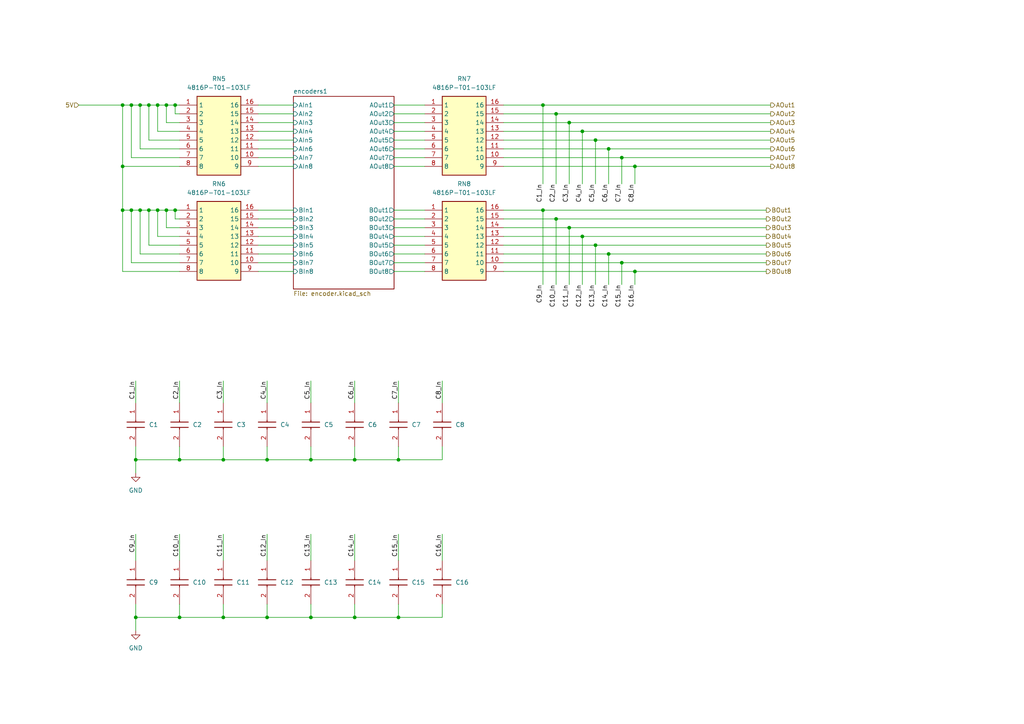
<source format=kicad_sch>
(kicad_sch (version 20250114) (generator "eeschema") (generator_version "9.0")
  (paper "A4")
  (lib_symbols
    (symbol "SamacSys_Parts:4816P-T01-103LF"
      (property "Reference" "RN" (at 19.05 7.62 0))
      (property "Value" "4816P-T01-103LF" (at 19.05 5.08 0))
      (symbol "4816P-T01-103LF_1_1"
        (rectangle (start 5.08 2.54) (end 17.78 -20.32) (stroke (width 0.254)) (fill (type background)))
        (pin passive line (at 0 0 0) (length 5.08) (name "1") (number "1"))
        (pin passive line (at 0 -2.54 0) (length 5.08) (name "2") (number "2"))
        (pin passive line (at 0 -5.08 0) (length 5.08) (name "3") (number "3"))
        (pin passive line (at 0 -7.62 0) (length 5.08) (name "4") (number "4"))
        (pin passive line (at 0 -10.16 0) (length 5.08) (name "5") (number "5"))
        (pin passive line (at 0 -12.7 0) (length 5.08) (name "6") (number "6"))
        (pin passive line (at 0 -15.24 0) (length 5.08) (name "7") (number "7"))
        (pin passive line (at 0 -17.78 0) (length 5.08) (name "8") (number "8"))
        (pin passive line (at 22.86 0 180) (length 5.08) (name "16") (number "16"))
        (pin passive line (at 22.86 -2.54 180) (length 5.08) (name "15") (number "15"))
        (pin passive line (at 22.86 -5.08 180) (length 5.08) (name "14") (number "14"))
        (pin passive line (at 22.86 -7.62 180) (length 5.08) (name "13") (number "13"))
        (pin passive line (at 22.86 -10.16 180) (length 5.08) (name "12") (number "12"))
        (pin passive line (at 22.86 -12.7 180) (length 5.08) (name "11") (number "11"))
        (pin passive line (at 22.86 -15.24 180) (length 5.08) (name "10") (number "10"))
        (pin passive line (at 22.86 -17.78 180) (length 5.08) (name "9") (number "9"))
      )
    )
    (symbol "SamacSys_Parts:885012208009" (pin_names (hide yes))
      (property "Reference" "C" (at 8.89 6.35 0))
      (property "Value" "885012208009" (at 8.89 3.81 0))
      (symbol "885012208009_1_1"
        (polyline (pts (xy 5.08 0) (xy 5.588 0)) (stroke (width 0.254)))
        (polyline (pts (xy 5.588 2.54) (xy 5.588 -2.54)) (stroke (width 0.254)))
        (polyline (pts (xy 7.112 2.54) (xy 7.112 -2.54)) (stroke (width 0.254)))
        (polyline (pts (xy 7.112 0) (xy 7.62 0)) (stroke (width 0.254)))
        (pin passive line (at 0 0 0) (length 5.08) (name "1") (number "1"))
        (pin passive line (at 12.7 0 180) (length 5.08) (name "2") (number "2"))
      )
    )
    (symbol "power:GND" (power) (pin_numbers (hide yes)) (pin_names (offset 0) (hide yes))
      (property "Value" "GND" (at 0 -3.81 0))
      (symbol "GND_0_1"
        (polyline (pts (xy 0 0) (xy 0 -1.27) (xy 1.27 -1.27) (xy 0 -2.54) (xy -1.27 -1.27) (xy 0 -1.27)))
      )
      (symbol "GND_1_1"
        (pin power_in line (at 0 0 270) (length 0) (name "~") (number "1"))
      )
    )
  )
  (junction (at 39.37 133.35))
  (junction (at 43.18 60.96))
  (junction (at 64.77 133.35))
  (junction (at 90.17 133.35))
  (junction (at 64.77 179.07))
  (junction (at 40.64 60.96))
  (junction (at 161.29 33.02))
  (junction (at 165.1 66.04))
  (junction (at 48.26 30.48))
  (junction (at 35.56 60.96))
  (junction (at 157.48 30.48))
  (junction (at 50.8 30.48))
  (junction (at 157.48 60.96))
  (junction (at 45.72 30.48))
  (junction (at 172.72 71.12))
  (junction (at 102.87 133.35))
  (junction (at 48.26 60.96))
  (junction (at 43.18 30.48))
  (junction (at 77.47 179.07))
  (junction (at 52.07 133.35))
  (junction (at 40.64 30.48))
  (junction (at 45.72 60.96))
  (junction (at 77.47 133.35))
  (junction (at 165.1 35.56))
  (junction (at 102.87 179.07))
  (junction (at 50.8 60.96))
  (junction (at 38.1 60.96))
  (junction (at 184.15 78.74))
  (junction (at 52.07 179.07))
  (junction (at 161.29 63.5))
  (junction (at 35.56 48.26))
  (junction (at 168.91 38.1))
  (junction (at 115.57 179.07))
  (junction (at 35.56 30.48))
  (junction (at 184.15 48.26))
  (junction (at 39.37 179.07))
  (junction (at 38.1 30.48))
  (junction (at 180.34 76.2))
  (junction (at 176.53 73.66))
  (junction (at 172.72 40.64))
  (junction (at 168.91 68.58))
  (junction (at 90.17 179.07))
  (junction (at 180.34 45.72))
  (junction (at 176.53 43.18))
  (junction (at 115.57 133.35))
  (wire (pts (xy 64.77 129.54) (xy 64.77 133.35)))
  (wire (pts (xy 102.87 133.35) (xy 115.57 133.35)))
  (wire (pts (xy 114.3 76.2) (xy 123.19 76.2)))
  (wire (pts (xy 114.3 45.72) (xy 123.19 45.72)))
  (wire (pts (xy 74.93 73.66) (xy 85.09 73.66)))
  (wire (pts (xy 74.93 78.74) (xy 85.09 78.74)))
  (wire (pts (xy 50.8 33.02) (xy 50.8 30.48)))
  (wire (pts (xy 52.07 68.58) (xy 45.72 68.58)))
  (wire (pts (xy 176.53 73.66) (xy 222.25 73.66)))
  (wire (pts (xy 90.17 175.26) (xy 90.17 179.07)))
  (wire (pts (xy 146.05 35.56) (xy 165.1 35.56)))
  (wire (pts (xy 48.26 30.48) (xy 45.72 30.48)))
  (wire (pts (xy 52.07 129.54) (xy 52.07 133.35)))
  (wire (pts (xy 52.07 110.49) (xy 52.07 116.84)))
  (wire (pts (xy 146.05 71.12) (xy 172.72 71.12)))
  (wire (pts (xy 168.91 38.1) (xy 223.52 38.1)))
  (wire (pts (xy 176.53 43.18) (xy 176.53 53.34)))
  (wire (pts (xy 74.93 60.96) (xy 85.09 60.96)))
  (wire (pts (xy 40.64 60.96) (xy 38.1 60.96)))
  (wire (pts (xy 35.56 48.26) (xy 35.56 60.96)))
  (wire (pts (xy 74.93 30.48) (xy 85.09 30.48)))
  (wire (pts (xy 74.93 38.1) (xy 85.09 38.1)))
  (wire (pts (xy 77.47 110.49) (xy 77.47 116.84)))
  (wire (pts (xy 157.48 30.48) (xy 223.52 30.48)))
  (wire (pts (xy 48.26 35.56) (xy 48.26 30.48)))
  (wire (pts (xy 128.27 133.35) (xy 128.27 129.54)))
  (wire (pts (xy 184.15 78.74) (xy 184.15 82.55)))
  (wire (pts (xy 74.93 68.58) (xy 85.09 68.58)))
  (wire (pts (xy 180.34 45.72) (xy 223.52 45.72)))
  (wire (pts (xy 114.3 63.5) (xy 123.19 63.5)))
  (wire (pts (xy 52.07 78.74) (xy 35.56 78.74)))
  (wire (pts (xy 52.07 179.07) (xy 64.77 179.07)))
  (wire (pts (xy 90.17 110.49) (xy 90.17 116.84)))
  (wire (pts (xy 74.93 43.18) (xy 85.09 43.18)))
  (wire (pts (xy 146.05 45.72) (xy 180.34 45.72)))
  (wire (pts (xy 43.18 60.96) (xy 40.64 60.96)))
  (wire (pts (xy 115.57 154.94) (xy 115.57 162.56)))
  (wire (pts (xy 52.07 60.96) (xy 50.8 60.96)))
  (wire (pts (xy 161.29 33.02) (xy 161.29 53.34)))
  (wire (pts (xy 114.3 68.58) (xy 123.19 68.58)))
  (wire (pts (xy 74.93 66.04) (xy 85.09 66.04)))
  (wire (pts (xy 74.93 35.56) (xy 85.09 35.56)))
  (wire (pts (xy 74.93 71.12) (xy 85.09 71.12)))
  (wire (pts (xy 168.91 68.58) (xy 222.25 68.58)))
  (wire (pts (xy 39.37 133.35) (xy 52.07 133.35)))
  (wire (pts (xy 90.17 154.94) (xy 90.17 162.56)))
  (wire (pts (xy 43.18 30.48) (xy 40.64 30.48)))
  (wire (pts (xy 114.3 38.1) (xy 123.19 38.1)))
  (wire (pts (xy 146.05 78.74) (xy 184.15 78.74)))
  (wire (pts (xy 102.87 129.54) (xy 102.87 133.35)))
  (wire (pts (xy 40.64 30.48) (xy 38.1 30.48)))
  (wire (pts (xy 50.8 60.96) (xy 48.26 60.96)))
  (wire (pts (xy 90.17 179.07) (xy 102.87 179.07)))
  (wire (pts (xy 172.72 71.12) (xy 172.72 82.55)))
  (wire (pts (xy 74.93 48.26) (xy 85.09 48.26)))
  (wire (pts (xy 165.1 53.34) (xy 165.1 35.56)))
  (wire (pts (xy 146.05 68.58) (xy 168.91 68.58)))
  (wire (pts (xy 146.05 30.48) (xy 157.48 30.48)))
  (wire (pts (xy 172.72 40.64) (xy 172.72 53.34)))
  (wire (pts (xy 77.47 129.54) (xy 77.47 133.35)))
  (wire (pts (xy 161.29 33.02) (xy 223.52 33.02)))
  (wire (pts (xy 48.26 66.04) (xy 48.26 60.96)))
  (wire (pts (xy 146.05 48.26) (xy 184.15 48.26)))
  (wire (pts (xy 114.3 43.18) (xy 123.19 43.18)))
  (wire (pts (xy 165.1 35.56) (xy 223.52 35.56)))
  (wire (pts (xy 74.93 45.72) (xy 85.09 45.72)))
  (wire (pts (xy 146.05 66.04) (xy 165.1 66.04)))
  (wire (pts (xy 52.07 38.1) (xy 45.72 38.1)))
  (wire (pts (xy 39.37 129.54) (xy 39.37 133.35)))
  (wire (pts (xy 39.37 110.49) (xy 39.37 116.84)))
  (wire (pts (xy 115.57 110.49) (xy 115.57 116.84)))
  (wire (pts (xy 176.53 73.66) (xy 176.53 82.55)))
  (wire (pts (xy 77.47 154.94) (xy 77.47 162.56)))
  (wire (pts (xy 146.05 63.5) (xy 161.29 63.5)))
  (wire (pts (xy 114.3 78.74) (xy 123.19 78.74)))
  (wire (pts (xy 115.57 129.54) (xy 115.57 133.35)))
  (wire (pts (xy 35.56 78.74) (xy 35.56 60.96)))
  (wire (pts (xy 39.37 179.07) (xy 52.07 179.07)))
  (wire (pts (xy 50.8 30.48) (xy 52.07 30.48)))
  (wire (pts (xy 52.07 48.26) (xy 35.56 48.26)))
  (wire (pts (xy 114.3 48.26) (xy 123.19 48.26)))
  (wire (pts (xy 64.77 175.26) (xy 64.77 179.07)))
  (wire (pts (xy 40.64 43.18) (xy 40.64 30.48)))
  (wire (pts (xy 180.34 82.55) (xy 180.34 76.2)))
  (wire (pts (xy 74.93 76.2) (xy 85.09 76.2)))
  (wire (pts (xy 38.1 45.72) (xy 38.1 30.48)))
  (wire (pts (xy 180.34 45.72) (xy 180.34 53.34)))
  (wire (pts (xy 146.05 73.66) (xy 176.53 73.66)))
  (wire (pts (xy 74.93 33.02) (xy 85.09 33.02)))
  (wire (pts (xy 52.07 45.72) (xy 38.1 45.72)))
  (wire (pts (xy 52.07 63.5) (xy 50.8 63.5)))
  (wire (pts (xy 48.26 30.48) (xy 50.8 30.48)))
  (wire (pts (xy 146.05 43.18) (xy 176.53 43.18)))
  (wire (pts (xy 64.77 133.35) (xy 77.47 133.35)))
  (wire (pts (xy 128.27 179.07) (xy 128.27 175.26)))
  (wire (pts (xy 184.15 78.74) (xy 222.25 78.74)))
  (wire (pts (xy 172.72 40.64) (xy 223.52 40.64)))
  (wire (pts (xy 22.86 30.48) (xy 35.56 30.48)))
  (wire (pts (xy 52.07 33.02) (xy 50.8 33.02)))
  (wire (pts (xy 35.56 48.26) (xy 35.56 30.48)))
  (wire (pts (xy 52.07 154.94) (xy 52.07 162.56)))
  (wire (pts (xy 184.15 48.26) (xy 184.15 53.34)))
  (wire (pts (xy 77.47 133.35) (xy 90.17 133.35)))
  (wire (pts (xy 39.37 154.94) (xy 39.37 162.56)))
  (wire (pts (xy 115.57 133.35) (xy 128.27 133.35)))
  (wire (pts (xy 64.77 154.94) (xy 64.77 162.56)))
  (wire (pts (xy 39.37 175.26) (xy 39.37 179.07)))
  (wire (pts (xy 114.3 66.04) (xy 123.19 66.04)))
  (wire (pts (xy 38.1 60.96) (xy 35.56 60.96)))
  (wire (pts (xy 45.72 60.96) (xy 43.18 60.96)))
  (wire (pts (xy 52.07 76.2) (xy 38.1 76.2)))
  (wire (pts (xy 52.07 66.04) (xy 48.26 66.04)))
  (wire (pts (xy 74.93 63.5) (xy 85.09 63.5)))
  (wire (pts (xy 52.07 43.18) (xy 40.64 43.18)))
  (wire (pts (xy 146.05 60.96) (xy 157.48 60.96)))
  (wire (pts (xy 161.29 63.5) (xy 161.29 82.55)))
  (wire (pts (xy 115.57 179.07) (xy 128.27 179.07)))
  (wire (pts (xy 146.05 40.64) (xy 172.72 40.64)))
  (wire (pts (xy 114.3 60.96) (xy 123.19 60.96)))
  (wire (pts (xy 115.57 175.26) (xy 115.57 179.07)))
  (wire (pts (xy 165.1 66.04) (xy 165.1 82.55)))
  (wire (pts (xy 176.53 43.18) (xy 223.52 43.18)))
  (wire (pts (xy 184.15 48.26) (xy 223.52 48.26)))
  (wire (pts (xy 52.07 73.66) (xy 40.64 73.66)))
  (wire (pts (xy 146.05 76.2) (xy 180.34 76.2)))
  (wire (pts (xy 52.07 133.35) (xy 64.77 133.35)))
  (wire (pts (xy 157.48 60.96) (xy 222.25 60.96)))
  (wire (pts (xy 128.27 110.49) (xy 128.27 116.84)))
  (wire (pts (xy 90.17 133.35) (xy 102.87 133.35)))
  (wire (pts (xy 146.05 38.1) (xy 168.91 38.1)))
  (wire (pts (xy 38.1 76.2) (xy 38.1 60.96)))
  (wire (pts (xy 43.18 71.12) (xy 43.18 60.96)))
  (wire (pts (xy 114.3 71.12) (xy 123.19 71.12)))
  (wire (pts (xy 77.47 179.07) (xy 90.17 179.07)))
  (wire (pts (xy 102.87 110.49) (xy 102.87 116.84)))
  (wire (pts (xy 52.07 40.64) (xy 43.18 40.64)))
  (wire (pts (xy 64.77 110.49) (xy 64.77 116.84)))
  (wire (pts (xy 114.3 40.64) (xy 123.19 40.64)))
  (wire (pts (xy 102.87 179.07) (xy 115.57 179.07)))
  (wire (pts (xy 180.34 76.2) (xy 222.25 76.2)))
  (wire (pts (xy 74.93 40.64) (xy 85.09 40.64)))
  (wire (pts (xy 43.18 40.64) (xy 43.18 30.48)))
  (wire (pts (xy 40.64 73.66) (xy 40.64 60.96)))
  (wire (pts (xy 114.3 30.48) (xy 123.19 30.48)))
  (wire (pts (xy 52.07 71.12) (xy 43.18 71.12)))
  (wire (pts (xy 35.56 30.48) (xy 38.1 30.48)))
  (wire (pts (xy 172.72 71.12) (xy 222.25 71.12)))
  (wire (pts (xy 39.37 179.07) (xy 39.37 182.88)))
  (wire (pts (xy 45.72 68.58) (xy 45.72 60.96)))
  (wire (pts (xy 114.3 35.56) (xy 123.19 35.56)))
  (wire (pts (xy 168.91 68.58) (xy 168.91 82.55)))
  (wire (pts (xy 52.07 175.26) (xy 52.07 179.07)))
  (wire (pts (xy 157.48 60.96) (xy 157.48 82.55)))
  (wire (pts (xy 102.87 154.94) (xy 102.87 162.56)))
  (wire (pts (xy 48.26 60.96) (xy 45.72 60.96)))
  (wire (pts (xy 146.05 33.02) (xy 161.29 33.02)))
  (wire (pts (xy 128.27 154.94) (xy 128.27 162.56)))
  (wire (pts (xy 77.47 175.26) (xy 77.47 179.07)))
  (wire (pts (xy 114.3 73.66) (xy 123.19 73.66)))
  (wire (pts (xy 165.1 66.04) (xy 222.25 66.04)))
  (wire (pts (xy 90.17 129.54) (xy 90.17 133.35)))
  (wire (pts (xy 157.48 30.48) (xy 157.48 53.34)))
  (wire (pts (xy 45.72 38.1) (xy 45.72 30.48)))
  (wire (pts (xy 64.77 179.07) (xy 77.47 179.07)))
  (wire (pts (xy 168.91 38.1) (xy 168.91 53.34)))
  (wire (pts (xy 114.3 33.02) (xy 123.19 33.02)))
  (wire (pts (xy 102.87 175.26) (xy 102.87 179.07)))
  (wire (pts (xy 161.29 63.5) (xy 222.25 63.5)))
  (wire (pts (xy 50.8 63.5) (xy 50.8 60.96)))
  (wire (pts (xy 39.37 133.35) (xy 39.37 137.16)))
  (wire (pts (xy 45.72 30.48) (xy 43.18 30.48)))
  (wire (pts (xy 52.07 35.56) (xy 48.26 35.56)))
  (label "C5_In" (at 172.72 53.34 270))
  (label "C9_In" (at 157.48 82.55 270))
  (label "C12_In" (at 77.47 154.94 270))
  (label "C10_In" (at 161.29 82.55 270))
  (label "C6_In" (at 176.53 53.34 270))
  (label "C7_In" (at 180.34 53.34 270))
  (label "C2_In" (at 161.29 53.34 270))
  (label "C13_In" (at 90.17 154.94 270))
  (label "C4_In" (at 168.91 53.34 270))
  (label "C4_In" (at 77.47 110.49 270))
  (label "C3_In" (at 165.1 53.34 270))
  (label "C16_In" (at 128.27 154.94 270))
  (label "C11_In" (at 64.77 154.94 270))
  (label "C15_In" (at 180.34 82.55 270))
  (label "C6_In" (at 102.87 110.49 270))
  (label "C15_In" (at 115.57 154.94 270))
  (label "C7_In" (at 115.57 110.49 270))
  (label "C12_In" (at 168.91 82.55 270))
  (label "C1_In" (at 157.48 53.34 270))
  (label "C9_In" (at 39.37 154.94 270))
  (label "C10_In" (at 52.07 154.94 270))
  (label "C16_In" (at 184.15 82.55 270))
  (label "C11_In" (at 165.1 82.55 270))
  (label "C1_In" (at 39.37 110.49 270))
  (label "C14_In" (at 176.53 82.55 270))
  (label "C13_In" (at 172.72 82.55 270))
  (label "C2_In" (at 52.07 110.49 270))
  (label "C14_In" (at 102.87 154.94 270))
  (label "C8_In" (at 128.27 110.49 270))
  (label "C3_In" (at 64.77 110.49 270))
  (label "C8_In" (at 184.15 53.34 270))
  (label "C5_In" (at 90.17 110.49 270))
  (hierarchical_label "AOut5" (shape output) (at 223.52 40.64 0))
  (hierarchical_label "AOut7" (shape output) (at 223.52 45.72 0))
  (hierarchical_label "AOut8" (shape output) (at 223.52 48.26 0))
  (hierarchical_label "5V" (shape input) (at 22.86 30.48 180))
  (hierarchical_label "AOut6" (shape output) (at 223.52 43.18 0))
  (hierarchical_label "AOut1" (shape output) (at 223.52 30.48 0))
  (hierarchical_label "BOut5" (shape output) (at 222.25 71.12 0))
  (hierarchical_label "AOut2" (shape output) (at 223.52 33.02 0))
  (hierarchical_label "BOut7" (shape output) (at 222.25 76.2 0))
  (hierarchical_label "BOut8" (shape output) (at 222.25 78.74 0))
  (hierarchical_label "BOut4" (shape output) (at 222.25 68.58 0))
  (hierarchical_label "BOut6" (shape output) (at 222.25 73.66 0))
  (hierarchical_label "BOut1" (shape output) (at 222.25 60.96 0))
  (hierarchical_label "AOut3" (shape output) (at 223.52 35.56 0))
  (hierarchical_label "AOut4" (shape output) (at 223.52 38.1 0))
  (hierarchical_label "BOut3" (shape output) (at 222.25 66.04 0))
  (hierarchical_label "BOut2" (shape output) (at 222.25 63.5 0))
  (symbol (lib_id "SamacSys_Parts:885012208009") (at 128.27 116.84 270) (unit 1)
    (property "Reference" "C8" (at 132.08 123.1899 90) (effects (justify left)))
    (property "Value" "885012208009" (effects (hide yes)))
    (property "Footprint" "CAPC3216X90N" (effects (hide yes)))
    (property "Datasheet" "https://katalog.we-online.com/pbs/datasheet/885012208009.pdf" (effects (hide yes)))
    (property "Description" "Multilayer Ceramic Chip Capacitor WCAP-CSGP Series 1206 100000pF X7R1206104K010DFCT10000" (effects (hide yes)))
    (property "Height" "0.9" (effects (hide yes)))
    (property "Manufacturer_Name" "Wurth Elektronik" (effects (hide yes)))
    (property "Manufacturer_Part_Number" "885012208009" (effects (hide yes)))
    (property "Mouser Part Number" "710-885012208009" (effects (hide yes)))
    (property "Mouser Price/Stock" "https://www.mouser.co.uk/ProductDetail/Wurth-Elektronik/885012208009/?qs=0KOYDY2FL28pBXnWSpSHJw%3D%3D" (effects (hide yes)))
  )
  (symbol (lib_id "SamacSys_Parts:885012208009") (at 90.17 116.84 270) (unit 1)
    (property "Reference" "C5" (at 93.98 123.1899 90) (effects (justify left)))
    (property "Value" "885012208009" (effects (hide yes)))
    (property "Footprint" "CAPC3216X90N" (effects (hide yes)))
    (property "Datasheet" "https://katalog.we-online.com/pbs/datasheet/885012208009.pdf" (effects (hide yes)))
    (property "Description" "Multilayer Ceramic Chip Capacitor WCAP-CSGP Series 1206 100000pF X7R1206104K010DFCT10000" (effects (hide yes)))
    (property "Height" "0.9" (effects (hide yes)))
    (property "Manufacturer_Name" "Wurth Elektronik" (effects (hide yes)))
    (property "Manufacturer_Part_Number" "885012208009" (effects (hide yes)))
    (property "Mouser Part Number" "710-885012208009" (effects (hide yes)))
    (property "Mouser Price/Stock" "https://www.mouser.co.uk/ProductDetail/Wurth-Elektronik/885012208009/?qs=0KOYDY2FL28pBXnWSpSHJw%3D%3D" (effects (hide yes)))
  )
  (symbol (lib_id "SamacSys_Parts:885012208009") (at 90.17 162.56 270) (unit 1)
    (property "Reference" "C13" (at 93.98 168.9099 90) (effects (justify left)))
    (property "Value" "885012208009" (effects (hide yes)))
    (property "Footprint" "CAPC3216X90N" (effects (hide yes)))
    (property "Datasheet" "https://katalog.we-online.com/pbs/datasheet/885012208009.pdf" (effects (hide yes)))
    (property "Description" "Multilayer Ceramic Chip Capacitor WCAP-CSGP Series 1206 100000pF X7R1206104K010DFCT10000" (effects (hide yes)))
    (property "Height" "0.9" (effects (hide yes)))
    (property "Manufacturer_Name" "Wurth Elektronik" (effects (hide yes)))
    (property "Manufacturer_Part_Number" "885012208009" (effects (hide yes)))
    (property "Mouser Part Number" "710-885012208009" (effects (hide yes)))
    (property "Mouser Price/Stock" "https://www.mouser.co.uk/ProductDetail/Wurth-Elektronik/885012208009/?qs=0KOYDY2FL28pBXnWSpSHJw%3D%3D" (effects (hide yes)))
  )
  (symbol (lib_id "SamacSys_Parts:4816P-T01-103LF") (at 52.07 30.48 0) (unit 1)
    (property "Reference" "RN5" (at 63.5 22.86 0))
    (property "Value" "4816P-T01-103LF" (at 63.5 25.4 0))
    (property "Footprint" "SOIC127P762X215-16N" (effects (hide yes)))
    (property "Datasheet" "http://www.bourns.com/pdfs/4800P.pdf" (effects (hide yes)))
    (property "Description" "8-isolated SMT resistor network,10K Bourns Isolated SMT Resistor Array 10k +/-2% 8 Resistors, 1.28W Total, SOM package 4800P" (effects (hide yes)))
    (property "Height" "2.15" (effects (hide yes)))
    (property "Manufacturer_Name" "Bourns" (effects (hide yes)))
    (property "Manufacturer_Part_Number" "4816P-T01-103LF" (effects (hide yes)))
    (property "Mouser Part Number" "652-4816P-T1LF-10K" (effects (hide yes)))
    (property "Mouser Price/Stock" "https://www.mouser.co.uk/ProductDetail/Bourns/4816P-T01-103LF?qs=DRqqlFaNjzXg5W%252BVqBYTiA%3D%3D" (effects (hide yes)))
    (property "Arrow Part Number" "4816P-T01-103LF" (effects (hide yes)))
    (property "Arrow Price/Stock" "https://www.arrow.com/en/products/4816p-t01-103lf/bourns?region=europe" (effects (hide yes)))
  )
  (symbol (lib_id "SamacSys_Parts:4816P-T01-103LF") (at 123.19 60.96 0) (unit 1)
    (property "Reference" "RN8" (at 134.62 53.34 0))
    (property "Value" "4816P-T01-103LF" (at 134.62 55.88 0))
    (property "Footprint" "SOIC127P762X215-16N" (effects (hide yes)))
    (property "Datasheet" "http://www.bourns.com/pdfs/4800P.pdf" (effects (hide yes)))
    (property "Description" "8-isolated SMT resistor network,10K Bourns Isolated SMT Resistor Array 10k +/-2% 8 Resistors, 1.28W Total, SOM package 4800P" (effects (hide yes)))
    (property "Height" "2.15" (effects (hide yes)))
    (property "Manufacturer_Name" "Bourns" (effects (hide yes)))
    (property "Manufacturer_Part_Number" "4816P-T01-103LF" (effects (hide yes)))
    (property "Mouser Part Number" "652-4816P-T1LF-10K" (effects (hide yes)))
    (property "Mouser Price/Stock" "https://www.mouser.co.uk/ProductDetail/Bourns/4816P-T01-103LF?qs=DRqqlFaNjzXg5W%252BVqBYTiA%3D%3D" (effects (hide yes)))
    (property "Arrow Part Number" "4816P-T01-103LF" (effects (hide yes)))
    (property "Arrow Price/Stock" "https://www.arrow.com/en/products/4816p-t01-103lf/bourns?region=europe" (effects (hide yes)))
  )
  (symbol (lib_id "SamacSys_Parts:885012208009") (at 115.57 162.56 270) (unit 1)
    (property "Reference" "C15" (at 119.38 168.9099 90) (effects (justify left)))
    (property "Value" "885012208009" (effects (hide yes)))
    (property "Footprint" "CAPC3216X90N" (effects (hide yes)))
    (property "Datasheet" "https://katalog.we-online.com/pbs/datasheet/885012208009.pdf" (effects (hide yes)))
    (property "Description" "Multilayer Ceramic Chip Capacitor WCAP-CSGP Series 1206 100000pF X7R1206104K010DFCT10000" (effects (hide yes)))
    (property "Height" "0.9" (effects (hide yes)))
    (property "Manufacturer_Name" "Wurth Elektronik" (effects (hide yes)))
    (property "Manufacturer_Part_Number" "885012208009" (effects (hide yes)))
    (property "Mouser Part Number" "710-885012208009" (effects (hide yes)))
    (property "Mouser Price/Stock" "https://www.mouser.co.uk/ProductDetail/Wurth-Elektronik/885012208009/?qs=0KOYDY2FL28pBXnWSpSHJw%3D%3D" (effects (hide yes)))
  )
  (symbol (lib_id "SamacSys_Parts:885012208009") (at 39.37 116.84 270) (unit 1)
    (property "Reference" "C1" (at 43.18 123.1899 90) (effects (justify left)))
    (property "Value" "885012208009" (effects (hide yes)))
    (property "Footprint" "CAPC3216X90N" (effects (hide yes)))
    (property "Datasheet" "https://katalog.we-online.com/pbs/datasheet/885012208009.pdf" (effects (hide yes)))
    (property "Description" "Multilayer Ceramic Chip Capacitor WCAP-CSGP Series 1206 100000pF X7R1206104K010DFCT10000" (effects (hide yes)))
    (property "Height" "0.9" (effects (hide yes)))
    (property "Manufacturer_Name" "Wurth Elektronik" (effects (hide yes)))
    (property "Manufacturer_Part_Number" "885012208009" (effects (hide yes)))
    (property "Mouser Part Number" "710-885012208009" (effects (hide yes)))
    (property "Mouser Price/Stock" "https://www.mouser.co.uk/ProductDetail/Wurth-Elektronik/885012208009/?qs=0KOYDY2FL28pBXnWSpSHJw%3D%3D" (effects (hide yes)))
  )
  (symbol (lib_id "SamacSys_Parts:885012208009") (at 102.87 162.56 270) (unit 1)
    (property "Reference" "C14" (at 106.68 168.9099 90) (effects (justify left)))
    (property "Value" "885012208009" (effects (hide yes)))
    (property "Footprint" "CAPC3216X90N" (effects (hide yes)))
    (property "Datasheet" "https://katalog.we-online.com/pbs/datasheet/885012208009.pdf" (effects (hide yes)))
    (property "Description" "Multilayer Ceramic Chip Capacitor WCAP-CSGP Series 1206 100000pF X7R1206104K010DFCT10000" (effects (hide yes)))
    (property "Height" "0.9" (effects (hide yes)))
    (property "Manufacturer_Name" "Wurth Elektronik" (effects (hide yes)))
    (property "Manufacturer_Part_Number" "885012208009" (effects (hide yes)))
    (property "Mouser Part Number" "710-885012208009" (effects (hide yes)))
    (property "Mouser Price/Stock" "https://www.mouser.co.uk/ProductDetail/Wurth-Elektronik/885012208009/?qs=0KOYDY2FL28pBXnWSpSHJw%3D%3D" (effects (hide yes)))
  )
  (symbol (lib_id "SamacSys_Parts:885012208009") (at 77.47 162.56 270) (unit 1)
    (property "Reference" "C12" (at 81.28 168.9099 90) (effects (justify left)))
    (property "Value" "885012208009" (effects (hide yes)))
    (property "Footprint" "CAPC3216X90N" (effects (hide yes)))
    (property "Datasheet" "https://katalog.we-online.com/pbs/datasheet/885012208009.pdf" (effects (hide yes)))
    (property "Description" "Multilayer Ceramic Chip Capacitor WCAP-CSGP Series 1206 100000pF X7R1206104K010DFCT10000" (effects (hide yes)))
    (property "Height" "0.9" (effects (hide yes)))
    (property "Manufacturer_Name" "Wurth Elektronik" (effects (hide yes)))
    (property "Manufacturer_Part_Number" "885012208009" (effects (hide yes)))
    (property "Mouser Part Number" "710-885012208009" (effects (hide yes)))
    (property "Mouser Price/Stock" "https://www.mouser.co.uk/ProductDetail/Wurth-Elektronik/885012208009/?qs=0KOYDY2FL28pBXnWSpSHJw%3D%3D" (effects (hide yes)))
  )
  (symbol (lib_id "SamacSys_Parts:885012208009") (at 77.47 116.84 270) (unit 1)
    (property "Reference" "C4" (at 81.28 123.1899 90) (effects (justify left)))
    (property "Value" "885012208009" (effects (hide yes)))
    (property "Footprint" "CAPC3216X90N" (effects (hide yes)))
    (property "Datasheet" "https://katalog.we-online.com/pbs/datasheet/885012208009.pdf" (effects (hide yes)))
    (property "Description" "Multilayer Ceramic Chip Capacitor WCAP-CSGP Series 1206 100000pF X7R1206104K010DFCT10000" (effects (hide yes)))
    (property "Height" "0.9" (effects (hide yes)))
    (property "Manufacturer_Name" "Wurth Elektronik" (effects (hide yes)))
    (property "Manufacturer_Part_Number" "885012208009" (effects (hide yes)))
    (property "Mouser Part Number" "710-885012208009" (effects (hide yes)))
    (property "Mouser Price/Stock" "https://www.mouser.co.uk/ProductDetail/Wurth-Elektronik/885012208009/?qs=0KOYDY2FL28pBXnWSpSHJw%3D%3D" (effects (hide yes)))
  )
  (symbol (lib_id "SamacSys_Parts:885012208009") (at 39.37 162.56 270) (unit 1)
    (property "Reference" "C9" (at 43.18 168.9099 90) (effects (justify left)))
    (property "Value" "885012208009" (effects (hide yes)))
    (property "Footprint" "CAPC3216X90N" (effects (hide yes)))
    (property "Datasheet" "https://katalog.we-online.com/pbs/datasheet/885012208009.pdf" (effects (hide yes)))
    (property "Description" "Multilayer Ceramic Chip Capacitor WCAP-CSGP Series 1206 100000pF X7R1206104K010DFCT10000" (effects (hide yes)))
    (property "Height" "0.9" (effects (hide yes)))
    (property "Manufacturer_Name" "Wurth Elektronik" (effects (hide yes)))
    (property "Manufacturer_Part_Number" "885012208009" (effects (hide yes)))
    (property "Mouser Part Number" "710-885012208009" (effects (hide yes)))
    (property "Mouser Price/Stock" "https://www.mouser.co.uk/ProductDetail/Wurth-Elektronik/885012208009/?qs=0KOYDY2FL28pBXnWSpSHJw%3D%3D" (effects (hide yes)))
  )
  (symbol (lib_id "power:GND") (at 39.37 137.16 0) (unit 1)
    (property "Reference" "#PWR03" (effects (hide yes)))
    (property "Value" "GND" (at 39.37 142.24 0))
    (property "Description" "Power symbol creates a global label with name \"GND\" , ground" (effects (hide yes)))
  )
  (symbol (lib_id "SamacSys_Parts:885012208009") (at 52.07 116.84 270) (unit 1)
    (property "Reference" "C2" (at 55.88 123.1899 90) (effects (justify left)))
    (property "Value" "885012208009" (effects (hide yes)))
    (property "Footprint" "CAPC3216X90N" (effects (hide yes)))
    (property "Datasheet" "https://katalog.we-online.com/pbs/datasheet/885012208009.pdf" (effects (hide yes)))
    (property "Description" "Multilayer Ceramic Chip Capacitor WCAP-CSGP Series 1206 100000pF X7R1206104K010DFCT10000" (effects (hide yes)))
    (property "Height" "0.9" (effects (hide yes)))
    (property "Manufacturer_Name" "Wurth Elektronik" (effects (hide yes)))
    (property "Manufacturer_Part_Number" "885012208009" (effects (hide yes)))
    (property "Mouser Part Number" "710-885012208009" (effects (hide yes)))
    (property "Mouser Price/Stock" "https://www.mouser.co.uk/ProductDetail/Wurth-Elektronik/885012208009/?qs=0KOYDY2FL28pBXnWSpSHJw%3D%3D" (effects (hide yes)))
  )
  (symbol (lib_id "power:GND") (at 39.37 182.88 0) (unit 1)
    (property "Reference" "#PWR04" (effects (hide yes)))
    (property "Value" "GND" (at 39.37 187.96 0))
    (property "Description" "Power symbol creates a global label with name \"GND\" , ground" (effects (hide yes)))
  )
  (symbol (lib_id "SamacSys_Parts:885012208009") (at 64.77 162.56 270) (unit 1)
    (property "Reference" "C11" (at 68.58 168.9099 90) (effects (justify left)))
    (property "Value" "885012208009" (effects (hide yes)))
    (property "Footprint" "CAPC3216X90N" (effects (hide yes)))
    (property "Datasheet" "https://katalog.we-online.com/pbs/datasheet/885012208009.pdf" (effects (hide yes)))
    (property "Description" "Multilayer Ceramic Chip Capacitor WCAP-CSGP Series 1206 100000pF X7R1206104K010DFCT10000" (effects (hide yes)))
    (property "Height" "0.9" (effects (hide yes)))
    (property "Manufacturer_Name" "Wurth Elektronik" (effects (hide yes)))
    (property "Manufacturer_Part_Number" "885012208009" (effects (hide yes)))
    (property "Mouser Part Number" "710-885012208009" (effects (hide yes)))
    (property "Mouser Price/Stock" "https://www.mouser.co.uk/ProductDetail/Wurth-Elektronik/885012208009/?qs=0KOYDY2FL28pBXnWSpSHJw%3D%3D" (effects (hide yes)))
  )
  (symbol (lib_id "SamacSys_Parts:885012208009") (at 128.27 162.56 270) (unit 1)
    (property "Reference" "C16" (at 132.08 168.9099 90) (effects (justify left)))
    (property "Value" "885012208009" (effects (hide yes)))
    (property "Footprint" "CAPC3216X90N" (effects (hide yes)))
    (property "Datasheet" "https://katalog.we-online.com/pbs/datasheet/885012208009.pdf" (effects (hide yes)))
    (property "Description" "Multilayer Ceramic Chip Capacitor WCAP-CSGP Series 1206 100000pF X7R1206104K010DFCT10000" (effects (hide yes)))
    (property "Height" "0.9" (effects (hide yes)))
    (property "Manufacturer_Name" "Wurth Elektronik" (effects (hide yes)))
    (property "Manufacturer_Part_Number" "885012208009" (effects (hide yes)))
    (property "Mouser Part Number" "710-885012208009" (effects (hide yes)))
    (property "Mouser Price/Stock" "https://www.mouser.co.uk/ProductDetail/Wurth-Elektronik/885012208009/?qs=0KOYDY2FL28pBXnWSpSHJw%3D%3D" (effects (hide yes)))
  )
  (symbol (lib_id "SamacSys_Parts:885012208009") (at 115.57 116.84 270) (unit 1)
    (property "Reference" "C7" (at 119.38 123.1899 90) (effects (justify left)))
    (property "Value" "885012208009" (effects (hide yes)))
    (property "Footprint" "CAPC3216X90N" (effects (hide yes)))
    (property "Datasheet" "https://katalog.we-online.com/pbs/datasheet/885012208009.pdf" (effects (hide yes)))
    (property "Description" "Multilayer Ceramic Chip Capacitor WCAP-CSGP Series 1206 100000pF X7R1206104K010DFCT10000" (effects (hide yes)))
    (property "Height" "0.9" (effects (hide yes)))
    (property "Manufacturer_Name" "Wurth Elektronik" (effects (hide yes)))
    (property "Manufacturer_Part_Number" "885012208009" (effects (hide yes)))
    (property "Mouser Part Number" "710-885012208009" (effects (hide yes)))
    (property "Mouser Price/Stock" "https://www.mouser.co.uk/ProductDetail/Wurth-Elektronik/885012208009/?qs=0KOYDY2FL28pBXnWSpSHJw%3D%3D" (effects (hide yes)))
  )
  (symbol (lib_id "SamacSys_Parts:885012208009") (at 102.87 116.84 270) (unit 1)
    (property "Reference" "C6" (at 106.68 123.1899 90) (effects (justify left)))
    (property "Value" "885012208009" (effects (hide yes)))
    (property "Footprint" "CAPC3216X90N" (effects (hide yes)))
    (property "Datasheet" "https://katalog.we-online.com/pbs/datasheet/885012208009.pdf" (effects (hide yes)))
    (property "Description" "Multilayer Ceramic Chip Capacitor WCAP-CSGP Series 1206 100000pF X7R1206104K010DFCT10000" (effects (hide yes)))
    (property "Height" "0.9" (effects (hide yes)))
    (property "Manufacturer_Name" "Wurth Elektronik" (effects (hide yes)))
    (property "Manufacturer_Part_Number" "885012208009" (effects (hide yes)))
    (property "Mouser Part Number" "710-885012208009" (effects (hide yes)))
    (property "Mouser Price/Stock" "https://www.mouser.co.uk/ProductDetail/Wurth-Elektronik/885012208009/?qs=0KOYDY2FL28pBXnWSpSHJw%3D%3D" (effects (hide yes)))
  )
  (symbol (lib_id "SamacSys_Parts:885012208009") (at 52.07 162.56 270) (unit 1)
    (property "Reference" "C10" (at 55.88 168.9099 90) (effects (justify left)))
    (property "Value" "885012208009" (effects (hide yes)))
    (property "Footprint" "CAPC3216X90N" (effects (hide yes)))
    (property "Datasheet" "https://katalog.we-online.com/pbs/datasheet/885012208009.pdf" (effects (hide yes)))
    (property "Description" "Multilayer Ceramic Chip Capacitor WCAP-CSGP Series 1206 100000pF X7R1206104K010DFCT10000" (effects (hide yes)))
    (property "Height" "0.9" (effects (hide yes)))
    (property "Manufacturer_Name" "Wurth Elektronik" (effects (hide yes)))
    (property "Manufacturer_Part_Number" "885012208009" (effects (hide yes)))
    (property "Mouser Part Number" "710-885012208009" (effects (hide yes)))
    (property "Mouser Price/Stock" "https://www.mouser.co.uk/ProductDetail/Wurth-Elektronik/885012208009/?qs=0KOYDY2FL28pBXnWSpSHJw%3D%3D" (effects (hide yes)))
  )
  (symbol (lib_id "SamacSys_Parts:4816P-T01-103LF") (at 123.19 30.48 0) (unit 1)
    (property "Reference" "RN7" (at 134.62 22.86 0))
    (property "Value" "4816P-T01-103LF" (at 134.62 25.4 0))
    (property "Footprint" "SOIC127P762X215-16N" (effects (hide yes)))
    (property "Datasheet" "http://www.bourns.com/pdfs/4800P.pdf" (effects (hide yes)))
    (property "Description" "8-isolated SMT resistor network,10K Bourns Isolated SMT Resistor Array 10k +/-2% 8 Resistors, 1.28W Total, SOM package 4800P" (effects (hide yes)))
    (property "Height" "2.15" (effects (hide yes)))
    (property "Manufacturer_Name" "Bourns" (effects (hide yes)))
    (property "Manufacturer_Part_Number" "4816P-T01-103LF" (effects (hide yes)))
    (property "Mouser Part Number" "652-4816P-T1LF-10K" (effects (hide yes)))
    (property "Mouser Price/Stock" "https://www.mouser.co.uk/ProductDetail/Bourns/4816P-T01-103LF?qs=DRqqlFaNjzXg5W%252BVqBYTiA%3D%3D" (effects (hide yes)))
    (property "Arrow Part Number" "4816P-T01-103LF" (effects (hide yes)))
    (property "Arrow Price/Stock" "https://www.arrow.com/en/products/4816p-t01-103lf/bourns?region=europe" (effects (hide yes)))
  )
  (symbol (lib_id "SamacSys_Parts:4816P-T01-103LF") (at 52.07 60.96 0) (unit 1)
    (property "Reference" "RN6" (at 63.5 53.34 0))
    (property "Value" "4816P-T01-103LF" (at 63.5 55.88 0))
    (property "Footprint" "SOIC127P762X215-16N" (effects (hide yes)))
    (property "Datasheet" "http://www.bourns.com/pdfs/4800P.pdf" (effects (hide yes)))
    (property "Description" "8-isolated SMT resistor network,10K Bourns Isolated SMT Resistor Array 10k +/-2% 8 Resistors, 1.28W Total, SOM package 4800P" (effects (hide yes)))
    (property "Height" "2.15" (effects (hide yes)))
    (property "Manufacturer_Name" "Bourns" (effects (hide yes)))
    (property "Manufacturer_Part_Number" "4816P-T01-103LF" (effects (hide yes)))
    (property "Mouser Part Number" "652-4816P-T1LF-10K" (effects (hide yes)))
    (property "Mouser Price/Stock" "https://www.mouser.co.uk/ProductDetail/Bourns/4816P-T01-103LF?qs=DRqqlFaNjzXg5W%252BVqBYTiA%3D%3D" (effects (hide yes)))
    (property "Arrow Part Number" "4816P-T01-103LF" (effects (hide yes)))
    (property "Arrow Price/Stock" "https://www.arrow.com/en/products/4816p-t01-103lf/bourns?region=europe" (effects (hide yes)))
  )
  (symbol (lib_id "SamacSys_Parts:885012208009") (at 64.77 116.84 270) (unit 1)
    (property "Reference" "C3" (at 68.58 123.1899 90) (effects (justify left)))
    (property "Value" "885012208009" (effects (hide yes)))
    (property "Footprint" "CAPC3216X90N" (effects (hide yes)))
    (property "Datasheet" "https://katalog.we-online.com/pbs/datasheet/885012208009.pdf" (effects (hide yes)))
    (property "Description" "Multilayer Ceramic Chip Capacitor WCAP-CSGP Series 1206 100000pF X7R1206104K010DFCT10000" (effects (hide yes)))
    (property "Height" "0.9" (effects (hide yes)))
    (property "Manufacturer_Name" "Wurth Elektronik" (effects (hide yes)))
    (property "Manufacturer_Part_Number" "885012208009" (effects (hide yes)))
    (property "Mouser Part Number" "710-885012208009" (effects (hide yes)))
    (property "Mouser Price/Stock" "https://www.mouser.co.uk/ProductDetail/Wurth-Elektronik/885012208009/?qs=0KOYDY2FL28pBXnWSpSHJw%3D%3D" (effects (hide yes)))
  )
  (sheet (at 85.09 27.94) (size 29.21 55.88) (stroke (width 0.1524))
    (property "Sheetname" "encoders1" (at 85.09 27.2284 0) (effects (justify left bottom)))
    (property "Sheetfile" "encoder.kicad_sch" (at 85.09 84.4046 0) (effects (justify left top)))
    (pin "AIn2" input (at 85.09 33.02 180))
    (pin "AIn4" input (at 85.09 38.1 180))
    (pin "AIn3" input (at 85.09 35.56 180))
    (pin "AIn8" input (at 85.09 48.26 180))
    (pin "AIn6" input (at 85.09 43.18 180))
    (pin "AIn7" input (at 85.09 45.72 180))
    (pin "AIn5" input (at 85.09 40.64 180))
    (pin "AIn1" input (at 85.09 30.48 180))
    (pin "AOut4" output (at 114.3 38.1 0))
    (pin "AOut2" output (at 114.3 33.02 0))
    (pin "AOut3" output (at 114.3 35.56 0))
    (pin "AOut8" output (at 114.3 48.26 0))
    (pin "AOut6" output (at 114.3 43.18 0))
    (pin "AOut7" output (at 114.3 45.72 0))
    (pin "AOut5" output (at 114.3 40.64 0))
    (pin "AOut1" output (at 114.3 30.48 0))
    (pin "BIn2" input (at 85.09 63.5 180))
    (pin "BIn4" input (at 85.09 68.58 180))
    (pin "BIn3" input (at 85.09 66.04 180))
    (pin "BIn6" input (at 85.09 73.66 180))
    (pin "BIn8" input (at 85.09 78.74 180))
    (pin "BIn7" input (at 85.09 76.2 180))
    (pin "BIn5" input (at 85.09 71.12 180))
    (pin "BIn1" input (at 85.09 60.96 180))
    (pin "BOut2" output (at 114.3 63.5 0))
    (pin "BOut4" output (at 114.3 68.58 0))
    (pin "BOut3" output (at 114.3 66.04 0))
    (pin "BOut6" output (at 114.3 73.66 0))
    (pin "BOut7" output (at 114.3 76.2 0))
    (pin "BOut8" output (at 114.3 78.74 0))
    (pin "BOut5" output (at 114.3 71.12 0))
    (pin "BOut1" output (at 114.3 60.96 0))
  )
)
</source>
